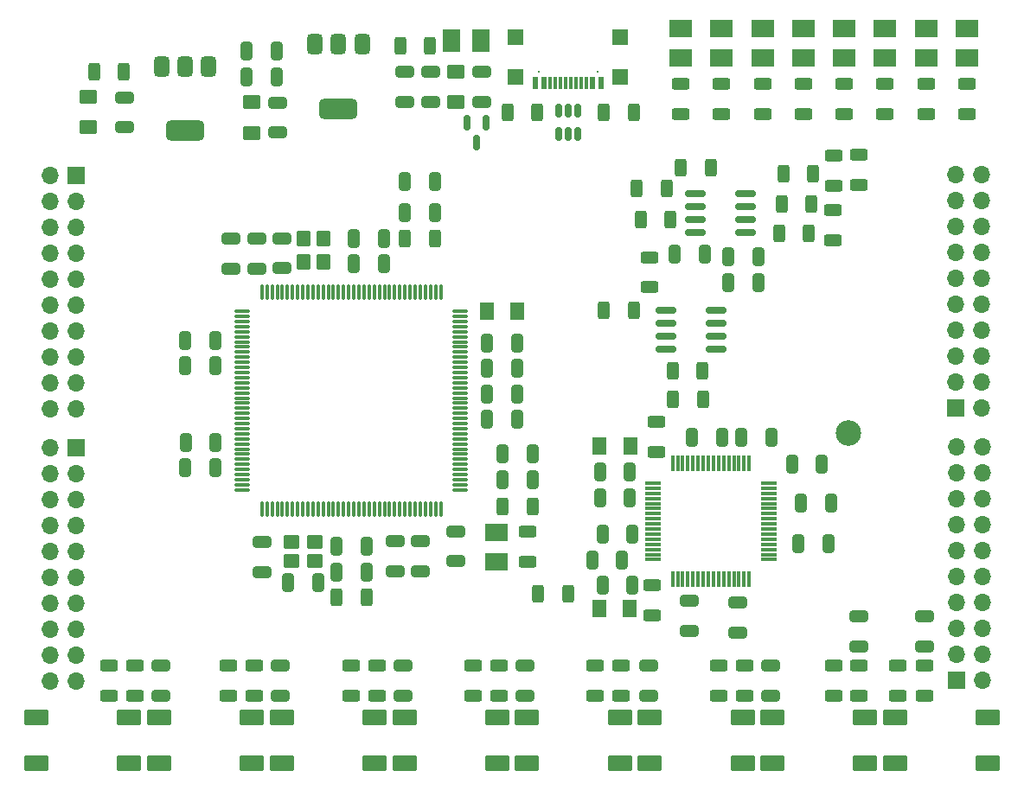
<source format=gbr>
%TF.GenerationSoftware,KiCad,Pcbnew,9.0.4*%
%TF.CreationDate,2025-10-20T22:36:39-03:00*%
%TF.ProjectId,fpga-utn,66706761-2d75-4746-9e2e-6b696361645f,rev?*%
%TF.SameCoordinates,Original*%
%TF.FileFunction,Soldermask,Top*%
%TF.FilePolarity,Negative*%
%FSLAX46Y46*%
G04 Gerber Fmt 4.6, Leading zero omitted, Abs format (unit mm)*
G04 Created by KiCad (PCBNEW 9.0.4) date 2025-10-20 22:36:39*
%MOMM*%
%LPD*%
G01*
G04 APERTURE LIST*
G04 Aperture macros list*
%AMRoundRect*
0 Rectangle with rounded corners*
0 $1 Rounding radius*
0 $2 $3 $4 $5 $6 $7 $8 $9 X,Y pos of 4 corners*
0 Add a 4 corners polygon primitive as box body*
4,1,4,$2,$3,$4,$5,$6,$7,$8,$9,$2,$3,0*
0 Add four circle primitives for the rounded corners*
1,1,$1+$1,$2,$3*
1,1,$1+$1,$4,$5*
1,1,$1+$1,$6,$7*
1,1,$1+$1,$8,$9*
0 Add four rect primitives between the rounded corners*
20,1,$1+$1,$2,$3,$4,$5,0*
20,1,$1+$1,$4,$5,$6,$7,0*
20,1,$1+$1,$6,$7,$8,$9,0*
20,1,$1+$1,$8,$9,$2,$3,0*%
G04 Aperture macros list end*
%ADD10RoundRect,0.150000X-0.825000X-0.150000X0.825000X-0.150000X0.825000X0.150000X-0.825000X0.150000X0*%
%ADD11RoundRect,0.250000X-0.312500X-0.625000X0.312500X-0.625000X0.312500X0.625000X-0.312500X0.625000X0*%
%ADD12RoundRect,0.250000X0.325000X0.650000X-0.325000X0.650000X-0.325000X-0.650000X0.325000X-0.650000X0*%
%ADD13RoundRect,0.250000X0.625000X-0.312500X0.625000X0.312500X-0.625000X0.312500X-0.625000X-0.312500X0*%
%ADD14RoundRect,0.250000X0.650000X-0.325000X0.650000X0.325000X-0.650000X0.325000X-0.650000X-0.325000X0*%
%ADD15RoundRect,0.250000X-0.650000X0.325000X-0.650000X-0.325000X0.650000X-0.325000X0.650000X0.325000X0*%
%ADD16RoundRect,0.102000X-1.050000X-0.700000X1.050000X-0.700000X1.050000X0.700000X-1.050000X0.700000X0*%
%ADD17RoundRect,0.075000X-0.700000X-0.075000X0.700000X-0.075000X0.700000X0.075000X-0.700000X0.075000X0*%
%ADD18RoundRect,0.075000X-0.075000X-0.700000X0.075000X-0.700000X0.075000X0.700000X-0.075000X0.700000X0*%
%ADD19RoundRect,0.250000X0.312500X0.625000X-0.312500X0.625000X-0.312500X-0.625000X0.312500X-0.625000X0*%
%ADD20R,1.700000X1.700000*%
%ADD21O,1.700000X1.700000*%
%ADD22RoundRect,0.250000X-0.325000X-0.650000X0.325000X-0.650000X0.325000X0.650000X-0.325000X0.650000X0*%
%ADD23RoundRect,0.250001X0.624999X-0.462499X0.624999X0.462499X-0.624999X0.462499X-0.624999X-0.462499X0*%
%ADD24RoundRect,0.150000X-0.150000X0.587500X-0.150000X-0.587500X0.150000X-0.587500X0.150000X0.587500X0*%
%ADD25RoundRect,0.250000X-0.625000X0.312500X-0.625000X-0.312500X0.625000X-0.312500X0.625000X0.312500X0*%
%ADD26R,2.300000X1.800000*%
%ADD27RoundRect,0.102000X-0.650000X-0.550000X0.650000X-0.550000X0.650000X0.550000X-0.650000X0.550000X0*%
%ADD28RoundRect,0.150000X-0.150000X0.512500X-0.150000X-0.512500X0.150000X-0.512500X0.150000X0.512500X0*%
%ADD29R,1.800000X2.300000*%
%ADD30RoundRect,0.250001X0.462499X0.624999X-0.462499X0.624999X-0.462499X-0.624999X0.462499X-0.624999X0*%
%ADD31RoundRect,0.250001X-0.462499X-0.624999X0.462499X-0.624999X0.462499X0.624999X-0.462499X0.624999X0*%
%ADD32RoundRect,0.102000X-0.550000X0.650000X-0.550000X-0.650000X0.550000X-0.650000X0.550000X0.650000X0*%
%ADD33R,0.600000X1.150000*%
%ADD34R,0.300000X1.150000*%
%ADD35C,0.325000*%
%ADD36R,1.500000X1.500000*%
%ADD37RoundRect,0.075000X-0.662500X-0.075000X0.662500X-0.075000X0.662500X0.075000X-0.662500X0.075000X0*%
%ADD38RoundRect,0.075000X-0.075000X-0.662500X0.075000X-0.662500X0.075000X0.662500X-0.075000X0.662500X0*%
%ADD39RoundRect,0.375000X-0.375000X0.625000X-0.375000X-0.625000X0.375000X-0.625000X0.375000X0.625000X0*%
%ADD40RoundRect,0.500000X-1.400000X0.500000X-1.400000X-0.500000X1.400000X-0.500000X1.400000X0.500000X0*%
%ADD41C,2.500000*%
G04 APERTURE END LIST*
D10*
%TO.C,U5*%
X191015000Y-103378000D03*
X191015000Y-104648000D03*
X191015000Y-105918000D03*
X191015000Y-107188000D03*
X195965000Y-107188000D03*
X195965000Y-105918000D03*
X195965000Y-104648000D03*
X195965000Y-103378000D03*
%TD*%
D11*
%TO.C,R11*%
X158811500Y-131532000D03*
X161736500Y-131532000D03*
%TD*%
D12*
%TO.C,C10*%
X187784000Y-125349000D03*
X184834000Y-125349000D03*
%TD*%
D13*
%TO.C,R6*%
X189738000Y-133288500D03*
X189738000Y-130363500D03*
%TD*%
D14*
%TO.C,C40*%
X209931000Y-136349000D03*
X209931000Y-133399000D03*
%TD*%
D13*
%TO.C,R25*%
X220500000Y-84178500D03*
X220500000Y-81253500D03*
%TD*%
D15*
%TO.C,C38*%
X189357000Y-138225000D03*
X189357000Y-141175000D03*
%TD*%
D13*
%TO.C,R21*%
X177500000Y-128012500D03*
X177500000Y-125087500D03*
%TD*%
D15*
%TO.C,C32*%
X151525000Y-126100000D03*
X151525000Y-129050000D03*
%TD*%
D16*
%TO.C,SW2*%
X141400000Y-143250000D03*
X141400000Y-147750000D03*
X150500000Y-143250000D03*
X150500000Y-147750000D03*
%TD*%
D17*
%TO.C,U4*%
X189778000Y-120329000D03*
X189778000Y-120829000D03*
X189778000Y-121329000D03*
X189778000Y-121829000D03*
X189778000Y-122329000D03*
X189778000Y-122829000D03*
X189778000Y-123329000D03*
X189778000Y-123829000D03*
X189778000Y-124329000D03*
X189778000Y-124829000D03*
X189778000Y-125329000D03*
X189778000Y-125829000D03*
X189778000Y-126329000D03*
X189778000Y-126829000D03*
X189778000Y-127329000D03*
X189778000Y-127829000D03*
D18*
X191703000Y-129754000D03*
X192203000Y-129754000D03*
X192703000Y-129754000D03*
X193203000Y-129754000D03*
X193703000Y-129754000D03*
X194203000Y-129754000D03*
X194703000Y-129754000D03*
X195203000Y-129754000D03*
X195703000Y-129754000D03*
X196203000Y-129754000D03*
X196703000Y-129754000D03*
X197203000Y-129754000D03*
X197703000Y-129754000D03*
X198203000Y-129754000D03*
X198703000Y-129754000D03*
X199203000Y-129754000D03*
D17*
X201128000Y-127829000D03*
X201128000Y-127329000D03*
X201128000Y-126829000D03*
X201128000Y-126329000D03*
X201128000Y-125829000D03*
X201128000Y-125329000D03*
X201128000Y-124829000D03*
X201128000Y-124329000D03*
X201128000Y-123829000D03*
X201128000Y-123329000D03*
X201128000Y-122829000D03*
X201128000Y-122329000D03*
X201128000Y-121829000D03*
X201128000Y-121329000D03*
X201128000Y-120829000D03*
X201128000Y-120329000D03*
D18*
X199203000Y-118404000D03*
X198703000Y-118404000D03*
X198203000Y-118404000D03*
X197703000Y-118404000D03*
X197203000Y-118404000D03*
X196703000Y-118404000D03*
X196203000Y-118404000D03*
X195703000Y-118404000D03*
X195203000Y-118404000D03*
X194703000Y-118404000D03*
X194203000Y-118404000D03*
X193703000Y-118404000D03*
X193203000Y-118404000D03*
X192703000Y-118404000D03*
X192203000Y-118404000D03*
X191703000Y-118404000D03*
%TD*%
D19*
%TO.C,R9*%
X168425000Y-96337500D03*
X165500000Y-96337500D03*
%TD*%
D15*
%TO.C,C51*%
X164525000Y-126050000D03*
X164525000Y-129000000D03*
%TD*%
D12*
%TO.C,C23*%
X194847000Y-97917000D03*
X191897000Y-97917000D03*
%TD*%
D20*
%TO.C,P3*%
X219500000Y-139660000D03*
D21*
X222040000Y-139660000D03*
X219500000Y-137120000D03*
X222040000Y-137120000D03*
X219500000Y-134580000D03*
X222040000Y-134580000D03*
X219500000Y-132040000D03*
X222040000Y-132040000D03*
X219500000Y-129500000D03*
X222040000Y-129500000D03*
X219500000Y-126960000D03*
X222040000Y-126960000D03*
X219500000Y-124420000D03*
X222040000Y-124420000D03*
X219500000Y-121880000D03*
X222040000Y-121880000D03*
X219500000Y-119340000D03*
X222040000Y-119340000D03*
X219500000Y-116800000D03*
X222040000Y-116800000D03*
%TD*%
D15*
%TO.C,C3*%
X165500000Y-80025000D03*
X165500000Y-82975000D03*
%TD*%
D11*
%TO.C,R2*%
X165037500Y-77500000D03*
X167962500Y-77500000D03*
%TD*%
D22*
%TO.C,C27*%
X197153000Y-100711000D03*
X200103000Y-100711000D03*
%TD*%
D15*
%TO.C,C14*%
X198120000Y-132002000D03*
X198120000Y-134952000D03*
%TD*%
D23*
%TO.C,FB3*%
X134537500Y-85485000D03*
X134537500Y-82510000D03*
%TD*%
D24*
%TO.C,D1*%
X173450000Y-85062500D03*
X171550000Y-85062500D03*
X172500000Y-86937500D03*
%TD*%
D16*
%TO.C,SW4*%
X165450000Y-143250000D03*
X165450000Y-147750000D03*
X174550000Y-143250000D03*
X174550000Y-147750000D03*
%TD*%
D12*
%TO.C,C53*%
X146950000Y-106337500D03*
X144000000Y-106337500D03*
%TD*%
D25*
%TO.C,R5*%
X190093600Y-114361500D03*
X190093600Y-117286500D03*
%TD*%
D15*
%TO.C,C37*%
X177292000Y-138225000D03*
X177292000Y-141175000D03*
%TD*%
D25*
%TO.C,R23*%
X209931000Y-88199500D03*
X209931000Y-91124500D03*
%TD*%
D26*
%TO.C,D12*%
X192500000Y-75766000D03*
X192500000Y-78666000D03*
%TD*%
D22*
%TO.C,C5*%
X150025000Y-80525000D03*
X152975000Y-80525000D03*
%TD*%
D16*
%TO.C,SW3*%
X153450000Y-143250000D03*
X153450000Y-147750000D03*
X162550000Y-143250000D03*
X162550000Y-147750000D03*
%TD*%
D13*
%TO.C,R44*%
X174752000Y-141162500D03*
X174752000Y-138237500D03*
%TD*%
D12*
%TO.C,C8*%
X187530000Y-121793000D03*
X184580000Y-121793000D03*
%TD*%
D26*
%TO.C,D6*%
X216500000Y-75766000D03*
X216500000Y-78666000D03*
%TD*%
D23*
%TO.C,FB2*%
X150525000Y-86012500D03*
X150525000Y-83037500D03*
%TD*%
D11*
%TO.C,R10*%
X191770000Y-112141000D03*
X194695000Y-112141000D03*
%TD*%
D27*
%TO.C,Y2*%
X154375000Y-128000000D03*
X156675000Y-128000000D03*
X156675000Y-126100000D03*
X154375000Y-126100000D03*
%TD*%
D28*
%TO.C,U3*%
X182450000Y-83862500D03*
X181500000Y-83862500D03*
X180550000Y-83862500D03*
X180550000Y-86137500D03*
X181500000Y-86137500D03*
X182450000Y-86137500D03*
%TD*%
D15*
%TO.C,C13*%
X193319400Y-131875000D03*
X193319400Y-134825000D03*
%TD*%
D25*
%TO.C,R20*%
X207391000Y-93595000D03*
X207391000Y-96520000D03*
%TD*%
%TO.C,R37*%
X184150000Y-138237500D03*
X184150000Y-141162500D03*
%TD*%
D22*
%TO.C,C29*%
X175050000Y-117500000D03*
X178000000Y-117500000D03*
%TD*%
D12*
%TO.C,C54*%
X146950000Y-118837500D03*
X144000000Y-118837500D03*
%TD*%
D15*
%TO.C,C2*%
X168000000Y-80025000D03*
X168000000Y-82975000D03*
%TD*%
D22*
%TO.C,C12*%
X203376000Y-118491000D03*
X206326000Y-118491000D03*
%TD*%
D14*
%TO.C,C43*%
X148500000Y-99312500D03*
X148500000Y-96362500D03*
%TD*%
D15*
%TO.C,C35*%
X153289000Y-138225000D03*
X153289000Y-141175000D03*
%TD*%
D29*
%TO.C,D2*%
X172950000Y-77000000D03*
X170050000Y-77000000D03*
%TD*%
D14*
%TO.C,C4*%
X153025000Y-86000000D03*
X153025000Y-83050000D03*
%TD*%
D12*
%TO.C,C18*%
X187784000Y-130302000D03*
X184834000Y-130302000D03*
%TD*%
D22*
%TO.C,C26*%
X197153000Y-98171000D03*
X200103000Y-98171000D03*
%TD*%
%TO.C,C16*%
X198423000Y-115824000D03*
X201373000Y-115824000D03*
%TD*%
D30*
%TO.C,D3*%
X176512500Y-103500000D03*
X173537500Y-103500000D03*
%TD*%
D12*
%TO.C,C24*%
X161761500Y-126532000D03*
X158811500Y-126532000D03*
%TD*%
D16*
%TO.C,SW6*%
X189450000Y-143250000D03*
X189450000Y-147750000D03*
X198550000Y-143250000D03*
X198550000Y-147750000D03*
%TD*%
D13*
%TO.C,R32*%
X192500000Y-84178500D03*
X192500000Y-81253500D03*
%TD*%
D11*
%TO.C,R19*%
X192528000Y-89408000D03*
X195453000Y-89408000D03*
%TD*%
D25*
%TO.C,R8*%
X189484000Y-98232500D03*
X189484000Y-101157500D03*
%TD*%
D22*
%TO.C,C21*%
X160500000Y-98837500D03*
X163450000Y-98837500D03*
%TD*%
D14*
%TO.C,C17*%
X153500000Y-99287500D03*
X153500000Y-96337500D03*
%TD*%
D25*
%TO.C,R38*%
X196215000Y-138237500D03*
X196215000Y-141162500D03*
%TD*%
D26*
%TO.C,D4*%
X174500000Y-128037500D03*
X174500000Y-125137500D03*
%TD*%
D31*
%TO.C,FB5*%
X184531000Y-132588000D03*
X187506000Y-132588000D03*
%TD*%
D12*
%TO.C,C31*%
X146975000Y-116337500D03*
X144025000Y-116337500D03*
%TD*%
D25*
%TO.C,R36*%
X172212000Y-138237500D03*
X172212000Y-141162500D03*
%TD*%
D32*
%TO.C,Y1*%
X155600000Y-96350000D03*
X155600000Y-98650000D03*
X157500000Y-98650000D03*
X157500000Y-96350000D03*
%TD*%
D22*
%TO.C,C42*%
X154050000Y-130050000D03*
X157000000Y-130050000D03*
%TD*%
D33*
%TO.C,J1*%
X184675000Y-81140000D03*
X183875000Y-81140000D03*
D34*
X182725000Y-81140000D03*
X181725000Y-81140000D03*
X181225000Y-81140000D03*
X180225000Y-81140000D03*
D33*
X179075000Y-81140000D03*
X178275000Y-81140000D03*
X178275000Y-81140000D03*
X179075000Y-81140000D03*
D34*
X179725000Y-81140000D03*
X180725000Y-81140000D03*
X182225000Y-81140000D03*
X183225000Y-81140000D03*
D33*
X183875000Y-81140000D03*
X184675000Y-81140000D03*
D35*
X184365000Y-80065000D03*
X178585000Y-80065000D03*
D36*
X186595000Y-80565000D03*
X186595000Y-76635000D03*
X176355000Y-80565000D03*
X176355000Y-76635000D03*
%TD*%
D22*
%TO.C,C48*%
X173550000Y-106587500D03*
X176500000Y-106587500D03*
%TD*%
D31*
%TO.C,FB4*%
X184567500Y-116713000D03*
X187542500Y-116713000D03*
%TD*%
D26*
%TO.C,D10*%
X200500000Y-75766000D03*
X200500000Y-78666000D03*
%TD*%
D13*
%TO.C,R30*%
X200500000Y-84178500D03*
X200500000Y-81253500D03*
%TD*%
D25*
%TO.C,R39*%
X207518000Y-138237500D03*
X207518000Y-141162500D03*
%TD*%
D11*
%TO.C,R15*%
X202372500Y-92964000D03*
X205297500Y-92964000D03*
%TD*%
D20*
%TO.C,P1*%
X133350000Y-90170000D03*
D21*
X130810000Y-90170000D03*
X133350000Y-92710000D03*
X130810000Y-92710000D03*
X133350000Y-95250000D03*
X130810000Y-95250000D03*
X133350000Y-97790000D03*
X130810000Y-97790000D03*
X133350000Y-100330000D03*
X130810000Y-100330000D03*
X133350000Y-102870000D03*
X130810000Y-102870000D03*
X133350000Y-105410000D03*
X130810000Y-105410000D03*
X133350000Y-107950000D03*
X130810000Y-107950000D03*
X133350000Y-110490000D03*
X130810000Y-110490000D03*
X133350000Y-113030000D03*
X130810000Y-113030000D03*
%TD*%
D13*
%TO.C,R41*%
X139065000Y-141162500D03*
X139065000Y-138237500D03*
%TD*%
D12*
%TO.C,C52*%
X146950000Y-108837500D03*
X144000000Y-108837500D03*
%TD*%
%TO.C,C11*%
X186768000Y-127889000D03*
X183818000Y-127889000D03*
%TD*%
D13*
%TO.C,R46*%
X198755000Y-141162500D03*
X198755000Y-138237500D03*
%TD*%
D10*
%TO.C,U7*%
X193932000Y-91948000D03*
X193932000Y-93218000D03*
X193932000Y-94488000D03*
X193932000Y-95758000D03*
X198882000Y-95758000D03*
X198882000Y-94488000D03*
X198882000Y-93218000D03*
X198882000Y-91948000D03*
%TD*%
D11*
%TO.C,R1*%
X185000000Y-84000000D03*
X187925000Y-84000000D03*
%TD*%
D26*
%TO.C,D7*%
X212500000Y-75766000D03*
X212500000Y-78666000D03*
%TD*%
D15*
%TO.C,C49*%
X167025000Y-126050000D03*
X167025000Y-129000000D03*
%TD*%
D13*
%TO.C,R28*%
X208500000Y-84178500D03*
X208500000Y-81253500D03*
%TD*%
%TO.C,R47*%
X209931000Y-141162500D03*
X209931000Y-138237500D03*
%TD*%
D25*
%TO.C,R35*%
X160274000Y-138237500D03*
X160274000Y-141162500D03*
%TD*%
D13*
%TO.C,R29*%
X204500000Y-84178500D03*
X204500000Y-81253500D03*
%TD*%
D12*
%TO.C,C30*%
X168450000Y-93837500D03*
X165500000Y-93837500D03*
%TD*%
D13*
%TO.C,R48*%
X216408000Y-141162500D03*
X216408000Y-138237500D03*
%TD*%
D11*
%TO.C,R16*%
X188591000Y-94488000D03*
X191516000Y-94488000D03*
%TD*%
D15*
%TO.C,C34*%
X141605000Y-138225000D03*
X141605000Y-141175000D03*
%TD*%
D25*
%TO.C,R22*%
X207518000Y-88261000D03*
X207518000Y-91186000D03*
%TD*%
D26*
%TO.C,D9*%
X204500000Y-75766000D03*
X204500000Y-78666000D03*
%TD*%
D25*
%TO.C,R33*%
X136525000Y-138237500D03*
X136525000Y-141162500D03*
%TD*%
D13*
%TO.C,R43*%
X162814000Y-141162500D03*
X162814000Y-138237500D03*
%TD*%
D16*
%TO.C,SW5*%
X177450000Y-143250000D03*
X177450000Y-147750000D03*
X186550000Y-143250000D03*
X186550000Y-147750000D03*
%TD*%
D22*
%TO.C,C22*%
X160500000Y-96337500D03*
X163450000Y-96337500D03*
%TD*%
D14*
%TO.C,C7*%
X138037500Y-85485000D03*
X138037500Y-82535000D03*
%TD*%
D37*
%TO.C,U6*%
X149587500Y-103500000D03*
X149587500Y-104000000D03*
X149587500Y-104500000D03*
X149587500Y-105000000D03*
X149587500Y-105500000D03*
X149587500Y-106000000D03*
X149587500Y-106500000D03*
X149587500Y-107000000D03*
X149587500Y-107500000D03*
X149587500Y-108000000D03*
X149587500Y-108500000D03*
X149587500Y-109000000D03*
X149587500Y-109500000D03*
X149587500Y-110000000D03*
X149587500Y-110500000D03*
X149587500Y-111000000D03*
X149587500Y-111500000D03*
X149587500Y-112000000D03*
X149587500Y-112500000D03*
X149587500Y-113000000D03*
X149587500Y-113500000D03*
X149587500Y-114000000D03*
X149587500Y-114500000D03*
X149587500Y-115000000D03*
X149587500Y-115500000D03*
X149587500Y-116000000D03*
X149587500Y-116500000D03*
X149587500Y-117000000D03*
X149587500Y-117500000D03*
X149587500Y-118000000D03*
X149587500Y-118500000D03*
X149587500Y-119000000D03*
X149587500Y-119500000D03*
X149587500Y-120000000D03*
X149587500Y-120500000D03*
X149587500Y-121000000D03*
D38*
X151500000Y-122912500D03*
X152000000Y-122912500D03*
X152500000Y-122912500D03*
X153000000Y-122912500D03*
X153500000Y-122912500D03*
X154000000Y-122912500D03*
X154500000Y-122912500D03*
X155000000Y-122912500D03*
X155500000Y-122912500D03*
X156000000Y-122912500D03*
X156500000Y-122912500D03*
X157000000Y-122912500D03*
X157500000Y-122912500D03*
X158000000Y-122912500D03*
X158500000Y-122912500D03*
X159000000Y-122912500D03*
X159500000Y-122912500D03*
X160000000Y-122912500D03*
X160500000Y-122912500D03*
X161000000Y-122912500D03*
X161500000Y-122912500D03*
X162000000Y-122912500D03*
X162500000Y-122912500D03*
X163000000Y-122912500D03*
X163500000Y-122912500D03*
X164000000Y-122912500D03*
X164500000Y-122912500D03*
X165000000Y-122912500D03*
X165500000Y-122912500D03*
X166000000Y-122912500D03*
X166500000Y-122912500D03*
X167000000Y-122912500D03*
X167500000Y-122912500D03*
X168000000Y-122912500D03*
X168500000Y-122912500D03*
X169000000Y-122912500D03*
D37*
X170912500Y-121000000D03*
X170912500Y-120500000D03*
X170912500Y-120000000D03*
X170912500Y-119500000D03*
X170912500Y-119000000D03*
X170912500Y-118500000D03*
X170912500Y-118000000D03*
X170912500Y-117500000D03*
X170912500Y-117000000D03*
X170912500Y-116500000D03*
X170912500Y-116000000D03*
X170912500Y-115500000D03*
X170912500Y-115000000D03*
X170912500Y-114500000D03*
X170912500Y-114000000D03*
X170912500Y-113500000D03*
X170912500Y-113000000D03*
X170912500Y-112500000D03*
X170912500Y-112000000D03*
X170912500Y-111500000D03*
X170912500Y-111000000D03*
X170912500Y-110500000D03*
X170912500Y-110000000D03*
X170912500Y-109500000D03*
X170912500Y-109000000D03*
X170912500Y-108500000D03*
X170912500Y-108000000D03*
X170912500Y-107500000D03*
X170912500Y-107000000D03*
X170912500Y-106500000D03*
X170912500Y-106000000D03*
X170912500Y-105500000D03*
X170912500Y-105000000D03*
X170912500Y-104500000D03*
X170912500Y-104000000D03*
X170912500Y-103500000D03*
D38*
X169000000Y-101587500D03*
X168500000Y-101587500D03*
X168000000Y-101587500D03*
X167500000Y-101587500D03*
X167000000Y-101587500D03*
X166500000Y-101587500D03*
X166000000Y-101587500D03*
X165500000Y-101587500D03*
X165000000Y-101587500D03*
X164500000Y-101587500D03*
X164000000Y-101587500D03*
X163500000Y-101587500D03*
X163000000Y-101587500D03*
X162500000Y-101587500D03*
X162000000Y-101587500D03*
X161500000Y-101587500D03*
X161000000Y-101587500D03*
X160500000Y-101587500D03*
X160000000Y-101587500D03*
X159500000Y-101587500D03*
X159000000Y-101587500D03*
X158500000Y-101587500D03*
X158000000Y-101587500D03*
X157500000Y-101587500D03*
X157000000Y-101587500D03*
X156500000Y-101587500D03*
X156000000Y-101587500D03*
X155500000Y-101587500D03*
X155000000Y-101587500D03*
X154500000Y-101587500D03*
X154000000Y-101587500D03*
X153500000Y-101587500D03*
X153000000Y-101587500D03*
X152500000Y-101587500D03*
X152000000Y-101587500D03*
X151500000Y-101587500D03*
%TD*%
D19*
%TO.C,R12*%
X194633500Y-109347000D03*
X191708500Y-109347000D03*
%TD*%
D11*
%TO.C,R18*%
X188210000Y-91440000D03*
X191135000Y-91440000D03*
%TD*%
D12*
%TO.C,C25*%
X161761500Y-129032000D03*
X158811500Y-129032000D03*
%TD*%
D20*
%TO.C,P4*%
X219460000Y-113000000D03*
D21*
X222000000Y-113000000D03*
X219460000Y-110460000D03*
X222000000Y-110460000D03*
X219460000Y-107920000D03*
X222000000Y-107920000D03*
X219460000Y-105380000D03*
X222000000Y-105380000D03*
X219460000Y-102840000D03*
X222000000Y-102840000D03*
X219460000Y-100300000D03*
X222000000Y-100300000D03*
X219460000Y-97760000D03*
X222000000Y-97760000D03*
X219460000Y-95220000D03*
X222000000Y-95220000D03*
X219460000Y-92680000D03*
X222000000Y-92680000D03*
X219460000Y-90140000D03*
X222000000Y-90140000D03*
%TD*%
D19*
%TO.C,R3*%
X178462500Y-84000000D03*
X175537500Y-84000000D03*
%TD*%
D13*
%TO.C,R45*%
X186690000Y-141162500D03*
X186690000Y-138237500D03*
%TD*%
D14*
%TO.C,C44*%
X151000000Y-99312500D03*
X151000000Y-96362500D03*
%TD*%
D22*
%TO.C,C46*%
X173550000Y-109087500D03*
X176500000Y-109087500D03*
%TD*%
D16*
%TO.C,SW1*%
X129400000Y-143250000D03*
X129400000Y-147750000D03*
X138500000Y-143250000D03*
X138500000Y-147750000D03*
%TD*%
D39*
%TO.C,U2*%
X146300000Y-79525000D03*
X144000000Y-79525000D03*
D40*
X144000000Y-85825000D03*
D39*
X141700000Y-79525000D03*
%TD*%
D22*
%TO.C,C47*%
X173550000Y-114087500D03*
X176500000Y-114087500D03*
%TD*%
D15*
%TO.C,C50*%
X170500000Y-125050000D03*
X170500000Y-128000000D03*
%TD*%
D14*
%TO.C,C1*%
X173000000Y-82975000D03*
X173000000Y-80025000D03*
%TD*%
D22*
%TO.C,C15*%
X204265000Y-122326400D03*
X207215000Y-122326400D03*
%TD*%
D11*
%TO.C,R14*%
X178521900Y-131165600D03*
X181446900Y-131165600D03*
%TD*%
D41*
%TO.C,TP2*%
X208915000Y-115443000D03*
%TD*%
D22*
%TO.C,C19*%
X203983800Y-126238000D03*
X206933800Y-126238000D03*
%TD*%
D19*
%TO.C,R24*%
X177987500Y-122587500D03*
X175062500Y-122587500D03*
%TD*%
D26*
%TO.C,D5*%
X220500000Y-75766000D03*
X220500000Y-78666000D03*
%TD*%
D12*
%TO.C,C20*%
X196547000Y-115824000D03*
X193597000Y-115824000D03*
%TD*%
D11*
%TO.C,R13*%
X202565000Y-90043000D03*
X205490000Y-90043000D03*
%TD*%
D15*
%TO.C,C36*%
X165354000Y-138225000D03*
X165354000Y-141175000D03*
%TD*%
D26*
%TO.C,D11*%
X196500000Y-75766000D03*
X196500000Y-78666000D03*
%TD*%
D15*
%TO.C,C39*%
X201295000Y-138225000D03*
X201295000Y-141175000D03*
%TD*%
D23*
%TO.C,FB1*%
X170500000Y-82987500D03*
X170500000Y-80012500D03*
%TD*%
D13*
%TO.C,R42*%
X150749000Y-141162500D03*
X150749000Y-138237500D03*
%TD*%
%TO.C,R31*%
X196500000Y-84178500D03*
X196500000Y-81253500D03*
%TD*%
D25*
%TO.C,R40*%
X213741000Y-138237500D03*
X213741000Y-141162500D03*
%TD*%
D13*
%TO.C,R27*%
X212500000Y-84178500D03*
X212500000Y-81253500D03*
%TD*%
D16*
%TO.C,SW7*%
X201450000Y-143250000D03*
X201450000Y-147750000D03*
X210550000Y-143250000D03*
X210550000Y-147750000D03*
%TD*%
D26*
%TO.C,D8*%
X208500000Y-75766000D03*
X208500000Y-78666000D03*
%TD*%
D11*
%TO.C,R7*%
X184973500Y-103378000D03*
X187898500Y-103378000D03*
%TD*%
D13*
%TO.C,R26*%
X216500000Y-84178500D03*
X216500000Y-81253500D03*
%TD*%
D22*
%TO.C,C33*%
X173550000Y-111587500D03*
X176500000Y-111587500D03*
%TD*%
%TO.C,C28*%
X175025000Y-120000000D03*
X177975000Y-120000000D03*
%TD*%
D14*
%TO.C,C41*%
X216408000Y-136349000D03*
X216408000Y-133399000D03*
%TD*%
D16*
%TO.C,SW8*%
X213450000Y-143250000D03*
X213450000Y-147750000D03*
X222550000Y-143250000D03*
X222550000Y-147750000D03*
%TD*%
D25*
%TO.C,R34*%
X148209000Y-138237500D03*
X148209000Y-141162500D03*
%TD*%
D39*
%TO.C,U1*%
X161300000Y-77350000D03*
X159000000Y-77350000D03*
D40*
X159000000Y-83650000D03*
D39*
X156700000Y-77350000D03*
%TD*%
D22*
%TO.C,C45*%
X165504600Y-90779600D03*
X168454600Y-90779600D03*
%TD*%
D20*
%TO.C,P2*%
X133350000Y-116840000D03*
D21*
X130810000Y-116840000D03*
X133350000Y-119380000D03*
X130810000Y-119380000D03*
X133350000Y-121920000D03*
X130810000Y-121920000D03*
X133350000Y-124460000D03*
X130810000Y-124460000D03*
X133350000Y-127000000D03*
X130810000Y-127000000D03*
X133350000Y-129540000D03*
X130810000Y-129540000D03*
X133350000Y-132080000D03*
X130810000Y-132080000D03*
X133350000Y-134620000D03*
X130810000Y-134620000D03*
X133350000Y-137160000D03*
X130810000Y-137160000D03*
X133350000Y-139700000D03*
X130810000Y-139700000D03*
%TD*%
D11*
%TO.C,R4*%
X135075000Y-80010000D03*
X138000000Y-80010000D03*
%TD*%
%TO.C,R17*%
X202118500Y-95885000D03*
X205043500Y-95885000D03*
%TD*%
D12*
%TO.C,C9*%
X187530000Y-119253000D03*
X184580000Y-119253000D03*
%TD*%
D22*
%TO.C,C6*%
X150025000Y-78025000D03*
X152975000Y-78025000D03*
%TD*%
M02*

</source>
